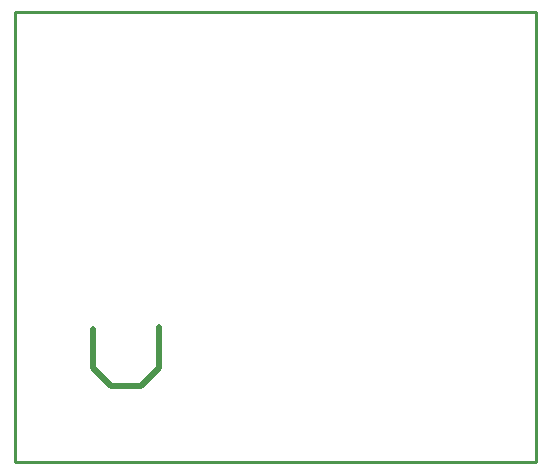
<source format=gbr>
G04 EAGLE Gerber X2 export*
%TF.Part,Single*%
%TF.FileFunction,Profile,NP*%
%TF.FilePolarity,Positive*%
%TF.GenerationSoftware,Autodesk,EAGLE,9.1.3*%
%TF.CreationDate,2018-11-21T18:37:06Z*%
G75*
%MOMM*%
%FSLAX34Y34*%
%LPD*%
%AMOC8*
5,1,8,0,0,1.08239X$1,22.5*%
G01*
%ADD10C,0.508000*%
%ADD11C,0.254000*%


D10*
X66040Y99060D02*
X66040Y125730D01*
X81280Y77470D02*
X106680Y77470D01*
X121920Y92710D01*
X121920Y127000D01*
X66040Y99060D02*
X66040Y92710D01*
X81280Y77470D01*
D11*
X0Y12700D02*
X441200Y12700D01*
X441200Y393600D01*
X0Y393600D01*
X0Y12700D01*
M02*

</source>
